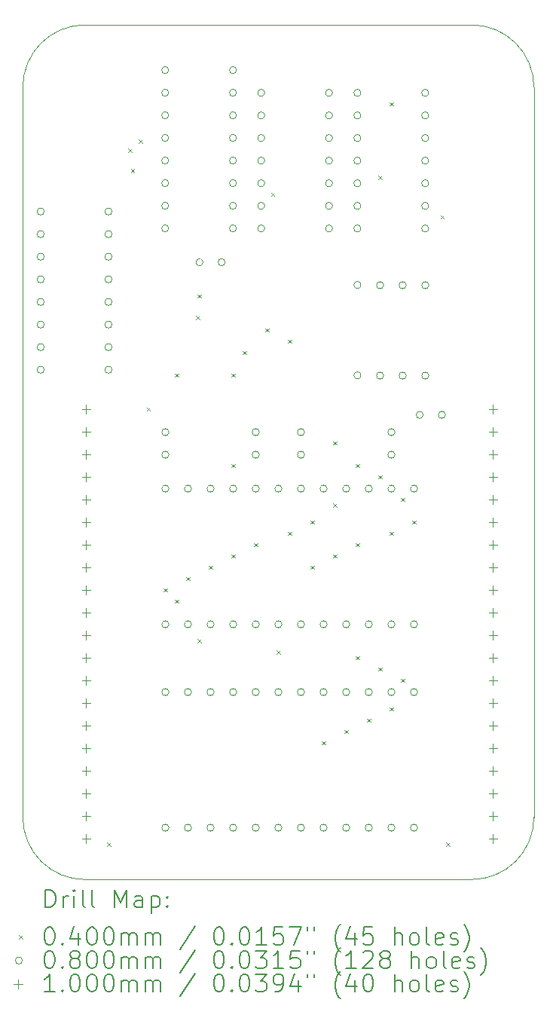
<source format=gbr>
%FSLAX45Y45*%
G04 Gerber Fmt 4.5, Leading zero omitted, Abs format (unit mm)*
G04 Created by KiCad (PCBNEW (6.0.4)) date 2022-12-31 00:26:05*
%MOMM*%
%LPD*%
G01*
G04 APERTURE LIST*
%TA.AperFunction,Profile*%
%ADD10C,0.100000*%
%TD*%
%ADD11C,0.200000*%
%ADD12C,0.040000*%
%ADD13C,0.080000*%
%ADD14C,0.100000*%
G04 APERTURE END LIST*
D10*
X14682590Y-2476500D02*
G75*
G03*
X13984086Y-1778000I-698500J0D01*
G01*
X8939414Y-10682086D02*
G75*
G03*
X9637914Y-11380586I698496J-4D01*
G01*
X9637914Y-1778000D02*
X13984086Y-1778000D01*
X13984086Y-11380586D02*
G75*
G03*
X14682586Y-10682086I0J698500D01*
G01*
X8939414Y-10682086D02*
X8939414Y-2476500D01*
X13984086Y-11380586D02*
X9637914Y-11380586D01*
X14682586Y-2476500D02*
X14682586Y-10682086D01*
X9637914Y-1778004D02*
G75*
G03*
X8939414Y-2476500I-4J-698496D01*
G01*
D11*
D12*
X9886000Y-10965500D02*
X9926000Y-11005500D01*
X9926000Y-10965500D02*
X9886000Y-11005500D01*
X10125451Y-3169549D02*
X10165451Y-3209549D01*
X10165451Y-3169549D02*
X10125451Y-3209549D01*
X10154049Y-3394951D02*
X10194049Y-3434951D01*
X10194049Y-3394951D02*
X10154049Y-3434951D01*
X10239692Y-3064192D02*
X10279692Y-3104192D01*
X10279692Y-3064192D02*
X10239692Y-3104192D01*
X10330500Y-6076000D02*
X10370500Y-6116000D01*
X10370500Y-6076000D02*
X10330500Y-6116000D01*
X10521000Y-8108000D02*
X10561000Y-8148000D01*
X10561000Y-8108000D02*
X10521000Y-8148000D01*
X10648000Y-5695000D02*
X10688000Y-5735000D01*
X10688000Y-5695000D02*
X10648000Y-5735000D01*
X10648000Y-8235000D02*
X10688000Y-8275000D01*
X10688000Y-8235000D02*
X10648000Y-8275000D01*
X10775000Y-7981000D02*
X10815000Y-8021000D01*
X10815000Y-7981000D02*
X10775000Y-8021000D01*
X10886951Y-5049701D02*
X10926951Y-5089701D01*
X10926951Y-5049701D02*
X10886951Y-5089701D01*
X10902000Y-4806000D02*
X10942000Y-4846000D01*
X10942000Y-4806000D02*
X10902000Y-4846000D01*
X10902000Y-8679500D02*
X10942000Y-8719500D01*
X10942000Y-8679500D02*
X10902000Y-8719500D01*
X11029000Y-7854000D02*
X11069000Y-7894000D01*
X11069000Y-7854000D02*
X11029000Y-7894000D01*
X11283000Y-5695000D02*
X11323000Y-5735000D01*
X11323000Y-5695000D02*
X11283000Y-5735000D01*
X11283000Y-6711000D02*
X11323000Y-6751000D01*
X11323000Y-6711000D02*
X11283000Y-6751000D01*
X11283000Y-7727000D02*
X11323000Y-7767000D01*
X11323000Y-7727000D02*
X11283000Y-7767000D01*
X11410000Y-5441000D02*
X11450000Y-5481000D01*
X11450000Y-5441000D02*
X11410000Y-5481000D01*
X11537000Y-7600000D02*
X11577000Y-7640000D01*
X11577000Y-7600000D02*
X11537000Y-7640000D01*
X11664000Y-5187000D02*
X11704000Y-5227000D01*
X11704000Y-5187000D02*
X11664000Y-5227000D01*
X11727500Y-3663000D02*
X11767500Y-3703000D01*
X11767500Y-3663000D02*
X11727500Y-3703000D01*
X11791000Y-8806500D02*
X11831000Y-8846500D01*
X11831000Y-8806500D02*
X11791000Y-8846500D01*
X11918000Y-5314000D02*
X11958000Y-5354000D01*
X11958000Y-5314000D02*
X11918000Y-5354000D01*
X11918000Y-7473000D02*
X11958000Y-7513000D01*
X11958000Y-7473000D02*
X11918000Y-7513000D01*
X12172000Y-7346000D02*
X12212000Y-7386000D01*
X12212000Y-7346000D02*
X12172000Y-7386000D01*
X12172000Y-7854000D02*
X12212000Y-7894000D01*
X12212000Y-7854000D02*
X12172000Y-7894000D01*
X12298500Y-9826750D02*
X12338500Y-9866750D01*
X12338500Y-9826750D02*
X12298500Y-9866750D01*
X12425500Y-6457500D02*
X12465500Y-6497500D01*
X12465500Y-6457500D02*
X12425500Y-6497500D01*
X12426000Y-7155500D02*
X12466000Y-7195500D01*
X12466000Y-7155500D02*
X12426000Y-7195500D01*
X12426000Y-7727000D02*
X12466000Y-7767000D01*
X12466000Y-7727000D02*
X12426000Y-7767000D01*
X12552500Y-9699750D02*
X12592500Y-9739750D01*
X12592500Y-9699750D02*
X12552500Y-9739750D01*
X12680000Y-6711000D02*
X12720000Y-6751000D01*
X12720000Y-6711000D02*
X12680000Y-6751000D01*
X12680000Y-7600000D02*
X12720000Y-7640000D01*
X12720000Y-7600000D02*
X12680000Y-7640000D01*
X12680000Y-8870000D02*
X12720000Y-8910000D01*
X12720000Y-8870000D02*
X12680000Y-8910000D01*
X12806500Y-9572750D02*
X12846500Y-9612750D01*
X12846500Y-9572750D02*
X12806500Y-9612750D01*
X12934000Y-3472500D02*
X12974000Y-3512500D01*
X12974000Y-3472500D02*
X12934000Y-3512500D01*
X12934000Y-6838000D02*
X12974000Y-6878000D01*
X12974000Y-6838000D02*
X12934000Y-6878000D01*
X12934000Y-8997000D02*
X12974000Y-9037000D01*
X12974000Y-8997000D02*
X12934000Y-9037000D01*
X13060500Y-9445750D02*
X13100500Y-9485750D01*
X13100500Y-9445750D02*
X13060500Y-9485750D01*
X13061000Y-2647000D02*
X13101000Y-2687000D01*
X13101000Y-2647000D02*
X13061000Y-2687000D01*
X13061000Y-7473000D02*
X13101000Y-7513000D01*
X13101000Y-7473000D02*
X13061000Y-7513000D01*
X13188000Y-7092000D02*
X13228000Y-7132000D01*
X13228000Y-7092000D02*
X13188000Y-7132000D01*
X13188000Y-9124000D02*
X13228000Y-9164000D01*
X13228000Y-9124000D02*
X13188000Y-9164000D01*
X13315000Y-7346000D02*
X13355000Y-7386000D01*
X13355000Y-7346000D02*
X13315000Y-7386000D01*
X13632500Y-3917000D02*
X13672500Y-3957000D01*
X13672500Y-3917000D02*
X13632500Y-3957000D01*
X13696000Y-10965500D02*
X13736000Y-11005500D01*
X13736000Y-10965500D02*
X13696000Y-11005500D01*
D13*
X9179750Y-3874500D02*
G75*
G03*
X9179750Y-3874500I-40000J0D01*
G01*
X9179750Y-4128500D02*
G75*
G03*
X9179750Y-4128500I-40000J0D01*
G01*
X9179750Y-4382500D02*
G75*
G03*
X9179750Y-4382500I-40000J0D01*
G01*
X9179750Y-4636500D02*
G75*
G03*
X9179750Y-4636500I-40000J0D01*
G01*
X9179750Y-4890500D02*
G75*
G03*
X9179750Y-4890500I-40000J0D01*
G01*
X9179750Y-5144500D02*
G75*
G03*
X9179750Y-5144500I-40000J0D01*
G01*
X9179750Y-5398500D02*
G75*
G03*
X9179750Y-5398500I-40000J0D01*
G01*
X9179750Y-5652500D02*
G75*
G03*
X9179750Y-5652500I-40000J0D01*
G01*
X9941750Y-3874500D02*
G75*
G03*
X9941750Y-3874500I-40000J0D01*
G01*
X9941750Y-4128500D02*
G75*
G03*
X9941750Y-4128500I-40000J0D01*
G01*
X9941750Y-4382500D02*
G75*
G03*
X9941750Y-4382500I-40000J0D01*
G01*
X9941750Y-4636500D02*
G75*
G03*
X9941750Y-4636500I-40000J0D01*
G01*
X9941750Y-4890500D02*
G75*
G03*
X9941750Y-4890500I-40000J0D01*
G01*
X9941750Y-5144500D02*
G75*
G03*
X9941750Y-5144500I-40000J0D01*
G01*
X9941750Y-5398500D02*
G75*
G03*
X9941750Y-5398500I-40000J0D01*
G01*
X9941750Y-5652500D02*
G75*
G03*
X9941750Y-5652500I-40000J0D01*
G01*
X10579500Y-2286000D02*
G75*
G03*
X10579500Y-2286000I-40000J0D01*
G01*
X10579500Y-2540000D02*
G75*
G03*
X10579500Y-2540000I-40000J0D01*
G01*
X10579500Y-2794000D02*
G75*
G03*
X10579500Y-2794000I-40000J0D01*
G01*
X10579500Y-3048000D02*
G75*
G03*
X10579500Y-3048000I-40000J0D01*
G01*
X10579500Y-3302000D02*
G75*
G03*
X10579500Y-3302000I-40000J0D01*
G01*
X10579500Y-3556000D02*
G75*
G03*
X10579500Y-3556000I-40000J0D01*
G01*
X10579500Y-3810000D02*
G75*
G03*
X10579500Y-3810000I-40000J0D01*
G01*
X10579500Y-4064000D02*
G75*
G03*
X10579500Y-4064000I-40000J0D01*
G01*
X10580500Y-6354250D02*
G75*
G03*
X10580500Y-6354250I-40000J0D01*
G01*
X10580500Y-6608250D02*
G75*
G03*
X10580500Y-6608250I-40000J0D01*
G01*
X10580500Y-9275250D02*
G75*
G03*
X10580500Y-9275250I-40000J0D01*
G01*
X10580500Y-10799250D02*
G75*
G03*
X10580500Y-10799250I-40000J0D01*
G01*
X10581000Y-6989250D02*
G75*
G03*
X10581000Y-6989250I-40000J0D01*
G01*
X10581000Y-8513250D02*
G75*
G03*
X10581000Y-8513250I-40000J0D01*
G01*
X10834500Y-9275250D02*
G75*
G03*
X10834500Y-9275250I-40000J0D01*
G01*
X10834500Y-10799250D02*
G75*
G03*
X10834500Y-10799250I-40000J0D01*
G01*
X10835000Y-6989250D02*
G75*
G03*
X10835000Y-6989250I-40000J0D01*
G01*
X10835000Y-8513250D02*
G75*
G03*
X10835000Y-8513250I-40000J0D01*
G01*
X10964000Y-4445000D02*
G75*
G03*
X10964000Y-4445000I-40000J0D01*
G01*
X11088500Y-9275250D02*
G75*
G03*
X11088500Y-9275250I-40000J0D01*
G01*
X11088500Y-10799250D02*
G75*
G03*
X11088500Y-10799250I-40000J0D01*
G01*
X11089000Y-6989250D02*
G75*
G03*
X11089000Y-6989250I-40000J0D01*
G01*
X11089000Y-8513250D02*
G75*
G03*
X11089000Y-8513250I-40000J0D01*
G01*
X11214000Y-4445000D02*
G75*
G03*
X11214000Y-4445000I-40000J0D01*
G01*
X11341500Y-2286000D02*
G75*
G03*
X11341500Y-2286000I-40000J0D01*
G01*
X11341500Y-2540000D02*
G75*
G03*
X11341500Y-2540000I-40000J0D01*
G01*
X11341500Y-2794000D02*
G75*
G03*
X11341500Y-2794000I-40000J0D01*
G01*
X11341500Y-3048000D02*
G75*
G03*
X11341500Y-3048000I-40000J0D01*
G01*
X11341500Y-3302000D02*
G75*
G03*
X11341500Y-3302000I-40000J0D01*
G01*
X11341500Y-3556000D02*
G75*
G03*
X11341500Y-3556000I-40000J0D01*
G01*
X11341500Y-3810000D02*
G75*
G03*
X11341500Y-3810000I-40000J0D01*
G01*
X11341500Y-4064000D02*
G75*
G03*
X11341500Y-4064000I-40000J0D01*
G01*
X11342500Y-9275250D02*
G75*
G03*
X11342500Y-9275250I-40000J0D01*
G01*
X11342500Y-10799250D02*
G75*
G03*
X11342500Y-10799250I-40000J0D01*
G01*
X11343000Y-6989250D02*
G75*
G03*
X11343000Y-6989250I-40000J0D01*
G01*
X11343000Y-8513250D02*
G75*
G03*
X11343000Y-8513250I-40000J0D01*
G01*
X11596500Y-6354250D02*
G75*
G03*
X11596500Y-6354250I-40000J0D01*
G01*
X11596500Y-6608250D02*
G75*
G03*
X11596500Y-6608250I-40000J0D01*
G01*
X11596500Y-9275250D02*
G75*
G03*
X11596500Y-9275250I-40000J0D01*
G01*
X11596500Y-10799250D02*
G75*
G03*
X11596500Y-10799250I-40000J0D01*
G01*
X11597000Y-6989250D02*
G75*
G03*
X11597000Y-6989250I-40000J0D01*
G01*
X11597000Y-8513250D02*
G75*
G03*
X11597000Y-8513250I-40000J0D01*
G01*
X11658000Y-2540500D02*
G75*
G03*
X11658000Y-2540500I-40000J0D01*
G01*
X11658000Y-2794500D02*
G75*
G03*
X11658000Y-2794500I-40000J0D01*
G01*
X11658000Y-3048500D02*
G75*
G03*
X11658000Y-3048500I-40000J0D01*
G01*
X11658000Y-3302500D02*
G75*
G03*
X11658000Y-3302500I-40000J0D01*
G01*
X11658000Y-3556500D02*
G75*
G03*
X11658000Y-3556500I-40000J0D01*
G01*
X11658000Y-3810500D02*
G75*
G03*
X11658000Y-3810500I-40000J0D01*
G01*
X11658000Y-4064500D02*
G75*
G03*
X11658000Y-4064500I-40000J0D01*
G01*
X11850500Y-9275250D02*
G75*
G03*
X11850500Y-9275250I-40000J0D01*
G01*
X11850500Y-10799250D02*
G75*
G03*
X11850500Y-10799250I-40000J0D01*
G01*
X11851000Y-6989250D02*
G75*
G03*
X11851000Y-6989250I-40000J0D01*
G01*
X11851000Y-8513250D02*
G75*
G03*
X11851000Y-8513250I-40000J0D01*
G01*
X12104500Y-6354250D02*
G75*
G03*
X12104500Y-6354250I-40000J0D01*
G01*
X12104500Y-6608250D02*
G75*
G03*
X12104500Y-6608250I-40000J0D01*
G01*
X12104500Y-9275250D02*
G75*
G03*
X12104500Y-9275250I-40000J0D01*
G01*
X12104500Y-10799250D02*
G75*
G03*
X12104500Y-10799250I-40000J0D01*
G01*
X12105000Y-6989250D02*
G75*
G03*
X12105000Y-6989250I-40000J0D01*
G01*
X12105000Y-8513250D02*
G75*
G03*
X12105000Y-8513250I-40000J0D01*
G01*
X12358500Y-9275250D02*
G75*
G03*
X12358500Y-9275250I-40000J0D01*
G01*
X12358500Y-10799250D02*
G75*
G03*
X12358500Y-10799250I-40000J0D01*
G01*
X12359000Y-6989250D02*
G75*
G03*
X12359000Y-6989250I-40000J0D01*
G01*
X12359000Y-8513250D02*
G75*
G03*
X12359000Y-8513250I-40000J0D01*
G01*
X12420000Y-2540500D02*
G75*
G03*
X12420000Y-2540500I-40000J0D01*
G01*
X12420000Y-2794500D02*
G75*
G03*
X12420000Y-2794500I-40000J0D01*
G01*
X12420000Y-3048500D02*
G75*
G03*
X12420000Y-3048500I-40000J0D01*
G01*
X12420000Y-3302500D02*
G75*
G03*
X12420000Y-3302500I-40000J0D01*
G01*
X12420000Y-3556500D02*
G75*
G03*
X12420000Y-3556500I-40000J0D01*
G01*
X12420000Y-3810500D02*
G75*
G03*
X12420000Y-3810500I-40000J0D01*
G01*
X12420000Y-4064500D02*
G75*
G03*
X12420000Y-4064500I-40000J0D01*
G01*
X12612500Y-9275250D02*
G75*
G03*
X12612500Y-9275250I-40000J0D01*
G01*
X12612500Y-10799250D02*
G75*
G03*
X12612500Y-10799250I-40000J0D01*
G01*
X12613000Y-6989250D02*
G75*
G03*
X12613000Y-6989250I-40000J0D01*
G01*
X12613000Y-8513250D02*
G75*
G03*
X12613000Y-8513250I-40000J0D01*
G01*
X12738500Y-2540500D02*
G75*
G03*
X12738500Y-2540500I-40000J0D01*
G01*
X12738500Y-2794500D02*
G75*
G03*
X12738500Y-2794500I-40000J0D01*
G01*
X12738500Y-3048500D02*
G75*
G03*
X12738500Y-3048500I-40000J0D01*
G01*
X12738500Y-3302500D02*
G75*
G03*
X12738500Y-3302500I-40000J0D01*
G01*
X12738500Y-3556500D02*
G75*
G03*
X12738500Y-3556500I-40000J0D01*
G01*
X12738500Y-3810500D02*
G75*
G03*
X12738500Y-3810500I-40000J0D01*
G01*
X12738500Y-4064500D02*
G75*
G03*
X12738500Y-4064500I-40000J0D01*
G01*
X12739500Y-4699000D02*
G75*
G03*
X12739500Y-4699000I-40000J0D01*
G01*
X12739500Y-5715000D02*
G75*
G03*
X12739500Y-5715000I-40000J0D01*
G01*
X12866500Y-9275250D02*
G75*
G03*
X12866500Y-9275250I-40000J0D01*
G01*
X12866500Y-10799250D02*
G75*
G03*
X12866500Y-10799250I-40000J0D01*
G01*
X12867000Y-6989250D02*
G75*
G03*
X12867000Y-6989250I-40000J0D01*
G01*
X12867000Y-8513250D02*
G75*
G03*
X12867000Y-8513250I-40000J0D01*
G01*
X12993500Y-4703250D02*
G75*
G03*
X12993500Y-4703250I-40000J0D01*
G01*
X12993500Y-5719250D02*
G75*
G03*
X12993500Y-5719250I-40000J0D01*
G01*
X13120500Y-6354250D02*
G75*
G03*
X13120500Y-6354250I-40000J0D01*
G01*
X13120500Y-6608250D02*
G75*
G03*
X13120500Y-6608250I-40000J0D01*
G01*
X13120500Y-9275250D02*
G75*
G03*
X13120500Y-9275250I-40000J0D01*
G01*
X13120500Y-10799250D02*
G75*
G03*
X13120500Y-10799250I-40000J0D01*
G01*
X13121000Y-6989250D02*
G75*
G03*
X13121000Y-6989250I-40000J0D01*
G01*
X13121000Y-8513250D02*
G75*
G03*
X13121000Y-8513250I-40000J0D01*
G01*
X13247500Y-4703250D02*
G75*
G03*
X13247500Y-4703250I-40000J0D01*
G01*
X13247500Y-5719250D02*
G75*
G03*
X13247500Y-5719250I-40000J0D01*
G01*
X13374500Y-9275250D02*
G75*
G03*
X13374500Y-9275250I-40000J0D01*
G01*
X13374500Y-10799250D02*
G75*
G03*
X13374500Y-10799250I-40000J0D01*
G01*
X13375000Y-6989250D02*
G75*
G03*
X13375000Y-6989250I-40000J0D01*
G01*
X13375000Y-8513250D02*
G75*
G03*
X13375000Y-8513250I-40000J0D01*
G01*
X13438500Y-6159500D02*
G75*
G03*
X13438500Y-6159500I-40000J0D01*
G01*
X13500500Y-2540500D02*
G75*
G03*
X13500500Y-2540500I-40000J0D01*
G01*
X13500500Y-2794500D02*
G75*
G03*
X13500500Y-2794500I-40000J0D01*
G01*
X13500500Y-3048500D02*
G75*
G03*
X13500500Y-3048500I-40000J0D01*
G01*
X13500500Y-3302500D02*
G75*
G03*
X13500500Y-3302500I-40000J0D01*
G01*
X13500500Y-3556500D02*
G75*
G03*
X13500500Y-3556500I-40000J0D01*
G01*
X13500500Y-3810500D02*
G75*
G03*
X13500500Y-3810500I-40000J0D01*
G01*
X13500500Y-4064500D02*
G75*
G03*
X13500500Y-4064500I-40000J0D01*
G01*
X13501500Y-4703250D02*
G75*
G03*
X13501500Y-4703250I-40000J0D01*
G01*
X13501500Y-5719250D02*
G75*
G03*
X13501500Y-5719250I-40000J0D01*
G01*
X13688500Y-6159500D02*
G75*
G03*
X13688500Y-6159500I-40000J0D01*
G01*
D14*
X9652000Y-6046000D02*
X9652000Y-6146000D01*
X9602000Y-6096000D02*
X9702000Y-6096000D01*
X9652000Y-6300000D02*
X9652000Y-6400000D01*
X9602000Y-6350000D02*
X9702000Y-6350000D01*
X9652000Y-6554000D02*
X9652000Y-6654000D01*
X9602000Y-6604000D02*
X9702000Y-6604000D01*
X9652000Y-6808000D02*
X9652000Y-6908000D01*
X9602000Y-6858000D02*
X9702000Y-6858000D01*
X9652000Y-7062000D02*
X9652000Y-7162000D01*
X9602000Y-7112000D02*
X9702000Y-7112000D01*
X9652000Y-7316000D02*
X9652000Y-7416000D01*
X9602000Y-7366000D02*
X9702000Y-7366000D01*
X9652000Y-7570000D02*
X9652000Y-7670000D01*
X9602000Y-7620000D02*
X9702000Y-7620000D01*
X9652000Y-7824000D02*
X9652000Y-7924000D01*
X9602000Y-7874000D02*
X9702000Y-7874000D01*
X9652000Y-8078000D02*
X9652000Y-8178000D01*
X9602000Y-8128000D02*
X9702000Y-8128000D01*
X9652000Y-8332000D02*
X9652000Y-8432000D01*
X9602000Y-8382000D02*
X9702000Y-8382000D01*
X9652000Y-8586000D02*
X9652000Y-8686000D01*
X9602000Y-8636000D02*
X9702000Y-8636000D01*
X9652000Y-8840000D02*
X9652000Y-8940000D01*
X9602000Y-8890000D02*
X9702000Y-8890000D01*
X9652000Y-9094000D02*
X9652000Y-9194000D01*
X9602000Y-9144000D02*
X9702000Y-9144000D01*
X9652000Y-9348000D02*
X9652000Y-9448000D01*
X9602000Y-9398000D02*
X9702000Y-9398000D01*
X9652000Y-9602000D02*
X9652000Y-9702000D01*
X9602000Y-9652000D02*
X9702000Y-9652000D01*
X9652000Y-9856000D02*
X9652000Y-9956000D01*
X9602000Y-9906000D02*
X9702000Y-9906000D01*
X9652000Y-10110000D02*
X9652000Y-10210000D01*
X9602000Y-10160000D02*
X9702000Y-10160000D01*
X9652000Y-10364000D02*
X9652000Y-10464000D01*
X9602000Y-10414000D02*
X9702000Y-10414000D01*
X9652000Y-10618000D02*
X9652000Y-10718000D01*
X9602000Y-10668000D02*
X9702000Y-10668000D01*
X9652000Y-10872000D02*
X9652000Y-10972000D01*
X9602000Y-10922000D02*
X9702000Y-10922000D01*
X14224000Y-6046000D02*
X14224000Y-6146000D01*
X14174000Y-6096000D02*
X14274000Y-6096000D01*
X14224000Y-6300000D02*
X14224000Y-6400000D01*
X14174000Y-6350000D02*
X14274000Y-6350000D01*
X14224000Y-6554000D02*
X14224000Y-6654000D01*
X14174000Y-6604000D02*
X14274000Y-6604000D01*
X14224000Y-6808000D02*
X14224000Y-6908000D01*
X14174000Y-6858000D02*
X14274000Y-6858000D01*
X14224000Y-7062000D02*
X14224000Y-7162000D01*
X14174000Y-7112000D02*
X14274000Y-7112000D01*
X14224000Y-7316000D02*
X14224000Y-7416000D01*
X14174000Y-7366000D02*
X14274000Y-7366000D01*
X14224000Y-7570000D02*
X14224000Y-7670000D01*
X14174000Y-7620000D02*
X14274000Y-7620000D01*
X14224000Y-7824000D02*
X14224000Y-7924000D01*
X14174000Y-7874000D02*
X14274000Y-7874000D01*
X14224000Y-8078000D02*
X14224000Y-8178000D01*
X14174000Y-8128000D02*
X14274000Y-8128000D01*
X14224000Y-8332000D02*
X14224000Y-8432000D01*
X14174000Y-8382000D02*
X14274000Y-8382000D01*
X14224000Y-8586000D02*
X14224000Y-8686000D01*
X14174000Y-8636000D02*
X14274000Y-8636000D01*
X14224000Y-8840000D02*
X14224000Y-8940000D01*
X14174000Y-8890000D02*
X14274000Y-8890000D01*
X14224000Y-9094000D02*
X14224000Y-9194000D01*
X14174000Y-9144000D02*
X14274000Y-9144000D01*
X14224000Y-9348000D02*
X14224000Y-9448000D01*
X14174000Y-9398000D02*
X14274000Y-9398000D01*
X14224000Y-9602000D02*
X14224000Y-9702000D01*
X14174000Y-9652000D02*
X14274000Y-9652000D01*
X14224000Y-9856000D02*
X14224000Y-9956000D01*
X14174000Y-9906000D02*
X14274000Y-9906000D01*
X14224000Y-10110000D02*
X14224000Y-10210000D01*
X14174000Y-10160000D02*
X14274000Y-10160000D01*
X14224000Y-10364000D02*
X14224000Y-10464000D01*
X14174000Y-10414000D02*
X14274000Y-10414000D01*
X14224000Y-10618000D02*
X14224000Y-10718000D01*
X14174000Y-10668000D02*
X14274000Y-10668000D01*
X14224000Y-10872000D02*
X14224000Y-10972000D01*
X14174000Y-10922000D02*
X14274000Y-10922000D01*
D11*
X9192033Y-11696062D02*
X9192033Y-11496062D01*
X9239652Y-11496062D01*
X9268224Y-11505586D01*
X9287271Y-11524633D01*
X9296795Y-11543681D01*
X9306319Y-11581776D01*
X9306319Y-11610348D01*
X9296795Y-11648443D01*
X9287271Y-11667491D01*
X9268224Y-11686538D01*
X9239652Y-11696062D01*
X9192033Y-11696062D01*
X9392033Y-11696062D02*
X9392033Y-11562729D01*
X9392033Y-11600824D02*
X9401557Y-11581776D01*
X9411081Y-11572252D01*
X9430128Y-11562729D01*
X9449176Y-11562729D01*
X9515843Y-11696062D02*
X9515843Y-11562729D01*
X9515843Y-11496062D02*
X9506319Y-11505586D01*
X9515843Y-11515110D01*
X9525366Y-11505586D01*
X9515843Y-11496062D01*
X9515843Y-11515110D01*
X9639652Y-11696062D02*
X9620605Y-11686538D01*
X9611081Y-11667491D01*
X9611081Y-11496062D01*
X9744414Y-11696062D02*
X9725366Y-11686538D01*
X9715843Y-11667491D01*
X9715843Y-11496062D01*
X9972986Y-11696062D02*
X9972986Y-11496062D01*
X10039652Y-11638919D01*
X10106319Y-11496062D01*
X10106319Y-11696062D01*
X10287271Y-11696062D02*
X10287271Y-11591300D01*
X10277747Y-11572252D01*
X10258700Y-11562729D01*
X10220605Y-11562729D01*
X10201557Y-11572252D01*
X10287271Y-11686538D02*
X10268224Y-11696062D01*
X10220605Y-11696062D01*
X10201557Y-11686538D01*
X10192033Y-11667491D01*
X10192033Y-11648443D01*
X10201557Y-11629395D01*
X10220605Y-11619872D01*
X10268224Y-11619872D01*
X10287271Y-11610348D01*
X10382509Y-11562729D02*
X10382509Y-11762729D01*
X10382509Y-11572252D02*
X10401557Y-11562729D01*
X10439652Y-11562729D01*
X10458700Y-11572252D01*
X10468224Y-11581776D01*
X10477747Y-11600824D01*
X10477747Y-11657967D01*
X10468224Y-11677014D01*
X10458700Y-11686538D01*
X10439652Y-11696062D01*
X10401557Y-11696062D01*
X10382509Y-11686538D01*
X10563462Y-11677014D02*
X10572986Y-11686538D01*
X10563462Y-11696062D01*
X10553938Y-11686538D01*
X10563462Y-11677014D01*
X10563462Y-11696062D01*
X10563462Y-11572252D02*
X10572986Y-11581776D01*
X10563462Y-11591300D01*
X10553938Y-11581776D01*
X10563462Y-11572252D01*
X10563462Y-11591300D01*
D12*
X8894414Y-12005586D02*
X8934414Y-12045586D01*
X8934414Y-12005586D02*
X8894414Y-12045586D01*
D11*
X9230128Y-11916062D02*
X9249176Y-11916062D01*
X9268224Y-11925586D01*
X9277747Y-11935110D01*
X9287271Y-11954157D01*
X9296795Y-11992252D01*
X9296795Y-12039872D01*
X9287271Y-12077967D01*
X9277747Y-12097014D01*
X9268224Y-12106538D01*
X9249176Y-12116062D01*
X9230128Y-12116062D01*
X9211081Y-12106538D01*
X9201557Y-12097014D01*
X9192033Y-12077967D01*
X9182509Y-12039872D01*
X9182509Y-11992252D01*
X9192033Y-11954157D01*
X9201557Y-11935110D01*
X9211081Y-11925586D01*
X9230128Y-11916062D01*
X9382509Y-12097014D02*
X9392033Y-12106538D01*
X9382509Y-12116062D01*
X9372986Y-12106538D01*
X9382509Y-12097014D01*
X9382509Y-12116062D01*
X9563462Y-11982729D02*
X9563462Y-12116062D01*
X9515843Y-11906538D02*
X9468224Y-12049395D01*
X9592033Y-12049395D01*
X9706319Y-11916062D02*
X9725366Y-11916062D01*
X9744414Y-11925586D01*
X9753938Y-11935110D01*
X9763462Y-11954157D01*
X9772986Y-11992252D01*
X9772986Y-12039872D01*
X9763462Y-12077967D01*
X9753938Y-12097014D01*
X9744414Y-12106538D01*
X9725366Y-12116062D01*
X9706319Y-12116062D01*
X9687271Y-12106538D01*
X9677747Y-12097014D01*
X9668224Y-12077967D01*
X9658700Y-12039872D01*
X9658700Y-11992252D01*
X9668224Y-11954157D01*
X9677747Y-11935110D01*
X9687271Y-11925586D01*
X9706319Y-11916062D01*
X9896795Y-11916062D02*
X9915843Y-11916062D01*
X9934890Y-11925586D01*
X9944414Y-11935110D01*
X9953938Y-11954157D01*
X9963462Y-11992252D01*
X9963462Y-12039872D01*
X9953938Y-12077967D01*
X9944414Y-12097014D01*
X9934890Y-12106538D01*
X9915843Y-12116062D01*
X9896795Y-12116062D01*
X9877747Y-12106538D01*
X9868224Y-12097014D01*
X9858700Y-12077967D01*
X9849176Y-12039872D01*
X9849176Y-11992252D01*
X9858700Y-11954157D01*
X9868224Y-11935110D01*
X9877747Y-11925586D01*
X9896795Y-11916062D01*
X10049176Y-12116062D02*
X10049176Y-11982729D01*
X10049176Y-12001776D02*
X10058700Y-11992252D01*
X10077747Y-11982729D01*
X10106319Y-11982729D01*
X10125366Y-11992252D01*
X10134890Y-12011300D01*
X10134890Y-12116062D01*
X10134890Y-12011300D02*
X10144414Y-11992252D01*
X10163462Y-11982729D01*
X10192033Y-11982729D01*
X10211081Y-11992252D01*
X10220605Y-12011300D01*
X10220605Y-12116062D01*
X10315843Y-12116062D02*
X10315843Y-11982729D01*
X10315843Y-12001776D02*
X10325366Y-11992252D01*
X10344414Y-11982729D01*
X10372986Y-11982729D01*
X10392033Y-11992252D01*
X10401557Y-12011300D01*
X10401557Y-12116062D01*
X10401557Y-12011300D02*
X10411081Y-11992252D01*
X10430128Y-11982729D01*
X10458700Y-11982729D01*
X10477747Y-11992252D01*
X10487271Y-12011300D01*
X10487271Y-12116062D01*
X10877747Y-11906538D02*
X10706319Y-12163681D01*
X11134890Y-11916062D02*
X11153938Y-11916062D01*
X11172986Y-11925586D01*
X11182509Y-11935110D01*
X11192033Y-11954157D01*
X11201557Y-11992252D01*
X11201557Y-12039872D01*
X11192033Y-12077967D01*
X11182509Y-12097014D01*
X11172986Y-12106538D01*
X11153938Y-12116062D01*
X11134890Y-12116062D01*
X11115843Y-12106538D01*
X11106319Y-12097014D01*
X11096795Y-12077967D01*
X11087271Y-12039872D01*
X11087271Y-11992252D01*
X11096795Y-11954157D01*
X11106319Y-11935110D01*
X11115843Y-11925586D01*
X11134890Y-11916062D01*
X11287271Y-12097014D02*
X11296795Y-12106538D01*
X11287271Y-12116062D01*
X11277747Y-12106538D01*
X11287271Y-12097014D01*
X11287271Y-12116062D01*
X11420604Y-11916062D02*
X11439652Y-11916062D01*
X11458700Y-11925586D01*
X11468224Y-11935110D01*
X11477747Y-11954157D01*
X11487271Y-11992252D01*
X11487271Y-12039872D01*
X11477747Y-12077967D01*
X11468224Y-12097014D01*
X11458700Y-12106538D01*
X11439652Y-12116062D01*
X11420604Y-12116062D01*
X11401557Y-12106538D01*
X11392033Y-12097014D01*
X11382509Y-12077967D01*
X11372985Y-12039872D01*
X11372985Y-11992252D01*
X11382509Y-11954157D01*
X11392033Y-11935110D01*
X11401557Y-11925586D01*
X11420604Y-11916062D01*
X11677747Y-12116062D02*
X11563462Y-12116062D01*
X11620604Y-12116062D02*
X11620604Y-11916062D01*
X11601557Y-11944633D01*
X11582509Y-11963681D01*
X11563462Y-11973205D01*
X11858700Y-11916062D02*
X11763462Y-11916062D01*
X11753938Y-12011300D01*
X11763462Y-12001776D01*
X11782509Y-11992252D01*
X11830128Y-11992252D01*
X11849176Y-12001776D01*
X11858700Y-12011300D01*
X11868224Y-12030348D01*
X11868224Y-12077967D01*
X11858700Y-12097014D01*
X11849176Y-12106538D01*
X11830128Y-12116062D01*
X11782509Y-12116062D01*
X11763462Y-12106538D01*
X11753938Y-12097014D01*
X11934890Y-11916062D02*
X12068224Y-11916062D01*
X11982509Y-12116062D01*
X12134890Y-11916062D02*
X12134890Y-11954157D01*
X12211081Y-11916062D02*
X12211081Y-11954157D01*
X12506319Y-12192252D02*
X12496795Y-12182729D01*
X12477747Y-12154157D01*
X12468224Y-12135110D01*
X12458700Y-12106538D01*
X12449176Y-12058919D01*
X12449176Y-12020824D01*
X12458700Y-11973205D01*
X12468224Y-11944633D01*
X12477747Y-11925586D01*
X12496795Y-11897014D01*
X12506319Y-11887491D01*
X12668224Y-11982729D02*
X12668224Y-12116062D01*
X12620604Y-11906538D02*
X12572985Y-12049395D01*
X12696795Y-12049395D01*
X12868224Y-11916062D02*
X12772985Y-11916062D01*
X12763462Y-12011300D01*
X12772985Y-12001776D01*
X12792033Y-11992252D01*
X12839652Y-11992252D01*
X12858700Y-12001776D01*
X12868224Y-12011300D01*
X12877747Y-12030348D01*
X12877747Y-12077967D01*
X12868224Y-12097014D01*
X12858700Y-12106538D01*
X12839652Y-12116062D01*
X12792033Y-12116062D01*
X12772985Y-12106538D01*
X12763462Y-12097014D01*
X13115843Y-12116062D02*
X13115843Y-11916062D01*
X13201557Y-12116062D02*
X13201557Y-12011300D01*
X13192033Y-11992252D01*
X13172985Y-11982729D01*
X13144414Y-11982729D01*
X13125366Y-11992252D01*
X13115843Y-12001776D01*
X13325366Y-12116062D02*
X13306319Y-12106538D01*
X13296795Y-12097014D01*
X13287271Y-12077967D01*
X13287271Y-12020824D01*
X13296795Y-12001776D01*
X13306319Y-11992252D01*
X13325366Y-11982729D01*
X13353938Y-11982729D01*
X13372985Y-11992252D01*
X13382509Y-12001776D01*
X13392033Y-12020824D01*
X13392033Y-12077967D01*
X13382509Y-12097014D01*
X13372985Y-12106538D01*
X13353938Y-12116062D01*
X13325366Y-12116062D01*
X13506319Y-12116062D02*
X13487271Y-12106538D01*
X13477747Y-12087491D01*
X13477747Y-11916062D01*
X13658700Y-12106538D02*
X13639652Y-12116062D01*
X13601557Y-12116062D01*
X13582509Y-12106538D01*
X13572985Y-12087491D01*
X13572985Y-12011300D01*
X13582509Y-11992252D01*
X13601557Y-11982729D01*
X13639652Y-11982729D01*
X13658700Y-11992252D01*
X13668224Y-12011300D01*
X13668224Y-12030348D01*
X13572985Y-12049395D01*
X13744414Y-12106538D02*
X13763462Y-12116062D01*
X13801557Y-12116062D01*
X13820604Y-12106538D01*
X13830128Y-12087491D01*
X13830128Y-12077967D01*
X13820604Y-12058919D01*
X13801557Y-12049395D01*
X13772985Y-12049395D01*
X13753938Y-12039872D01*
X13744414Y-12020824D01*
X13744414Y-12011300D01*
X13753938Y-11992252D01*
X13772985Y-11982729D01*
X13801557Y-11982729D01*
X13820604Y-11992252D01*
X13896795Y-12192252D02*
X13906319Y-12182729D01*
X13925366Y-12154157D01*
X13934890Y-12135110D01*
X13944414Y-12106538D01*
X13953938Y-12058919D01*
X13953938Y-12020824D01*
X13944414Y-11973205D01*
X13934890Y-11944633D01*
X13925366Y-11925586D01*
X13906319Y-11897014D01*
X13896795Y-11887491D01*
D13*
X8934414Y-12289586D02*
G75*
G03*
X8934414Y-12289586I-40000J0D01*
G01*
D11*
X9230128Y-12180062D02*
X9249176Y-12180062D01*
X9268224Y-12189586D01*
X9277747Y-12199110D01*
X9287271Y-12218157D01*
X9296795Y-12256252D01*
X9296795Y-12303872D01*
X9287271Y-12341967D01*
X9277747Y-12361014D01*
X9268224Y-12370538D01*
X9249176Y-12380062D01*
X9230128Y-12380062D01*
X9211081Y-12370538D01*
X9201557Y-12361014D01*
X9192033Y-12341967D01*
X9182509Y-12303872D01*
X9182509Y-12256252D01*
X9192033Y-12218157D01*
X9201557Y-12199110D01*
X9211081Y-12189586D01*
X9230128Y-12180062D01*
X9382509Y-12361014D02*
X9392033Y-12370538D01*
X9382509Y-12380062D01*
X9372986Y-12370538D01*
X9382509Y-12361014D01*
X9382509Y-12380062D01*
X9506319Y-12265776D02*
X9487271Y-12256252D01*
X9477747Y-12246729D01*
X9468224Y-12227681D01*
X9468224Y-12218157D01*
X9477747Y-12199110D01*
X9487271Y-12189586D01*
X9506319Y-12180062D01*
X9544414Y-12180062D01*
X9563462Y-12189586D01*
X9572986Y-12199110D01*
X9582509Y-12218157D01*
X9582509Y-12227681D01*
X9572986Y-12246729D01*
X9563462Y-12256252D01*
X9544414Y-12265776D01*
X9506319Y-12265776D01*
X9487271Y-12275300D01*
X9477747Y-12284824D01*
X9468224Y-12303872D01*
X9468224Y-12341967D01*
X9477747Y-12361014D01*
X9487271Y-12370538D01*
X9506319Y-12380062D01*
X9544414Y-12380062D01*
X9563462Y-12370538D01*
X9572986Y-12361014D01*
X9582509Y-12341967D01*
X9582509Y-12303872D01*
X9572986Y-12284824D01*
X9563462Y-12275300D01*
X9544414Y-12265776D01*
X9706319Y-12180062D02*
X9725366Y-12180062D01*
X9744414Y-12189586D01*
X9753938Y-12199110D01*
X9763462Y-12218157D01*
X9772986Y-12256252D01*
X9772986Y-12303872D01*
X9763462Y-12341967D01*
X9753938Y-12361014D01*
X9744414Y-12370538D01*
X9725366Y-12380062D01*
X9706319Y-12380062D01*
X9687271Y-12370538D01*
X9677747Y-12361014D01*
X9668224Y-12341967D01*
X9658700Y-12303872D01*
X9658700Y-12256252D01*
X9668224Y-12218157D01*
X9677747Y-12199110D01*
X9687271Y-12189586D01*
X9706319Y-12180062D01*
X9896795Y-12180062D02*
X9915843Y-12180062D01*
X9934890Y-12189586D01*
X9944414Y-12199110D01*
X9953938Y-12218157D01*
X9963462Y-12256252D01*
X9963462Y-12303872D01*
X9953938Y-12341967D01*
X9944414Y-12361014D01*
X9934890Y-12370538D01*
X9915843Y-12380062D01*
X9896795Y-12380062D01*
X9877747Y-12370538D01*
X9868224Y-12361014D01*
X9858700Y-12341967D01*
X9849176Y-12303872D01*
X9849176Y-12256252D01*
X9858700Y-12218157D01*
X9868224Y-12199110D01*
X9877747Y-12189586D01*
X9896795Y-12180062D01*
X10049176Y-12380062D02*
X10049176Y-12246729D01*
X10049176Y-12265776D02*
X10058700Y-12256252D01*
X10077747Y-12246729D01*
X10106319Y-12246729D01*
X10125366Y-12256252D01*
X10134890Y-12275300D01*
X10134890Y-12380062D01*
X10134890Y-12275300D02*
X10144414Y-12256252D01*
X10163462Y-12246729D01*
X10192033Y-12246729D01*
X10211081Y-12256252D01*
X10220605Y-12275300D01*
X10220605Y-12380062D01*
X10315843Y-12380062D02*
X10315843Y-12246729D01*
X10315843Y-12265776D02*
X10325366Y-12256252D01*
X10344414Y-12246729D01*
X10372986Y-12246729D01*
X10392033Y-12256252D01*
X10401557Y-12275300D01*
X10401557Y-12380062D01*
X10401557Y-12275300D02*
X10411081Y-12256252D01*
X10430128Y-12246729D01*
X10458700Y-12246729D01*
X10477747Y-12256252D01*
X10487271Y-12275300D01*
X10487271Y-12380062D01*
X10877747Y-12170538D02*
X10706319Y-12427681D01*
X11134890Y-12180062D02*
X11153938Y-12180062D01*
X11172986Y-12189586D01*
X11182509Y-12199110D01*
X11192033Y-12218157D01*
X11201557Y-12256252D01*
X11201557Y-12303872D01*
X11192033Y-12341967D01*
X11182509Y-12361014D01*
X11172986Y-12370538D01*
X11153938Y-12380062D01*
X11134890Y-12380062D01*
X11115843Y-12370538D01*
X11106319Y-12361014D01*
X11096795Y-12341967D01*
X11087271Y-12303872D01*
X11087271Y-12256252D01*
X11096795Y-12218157D01*
X11106319Y-12199110D01*
X11115843Y-12189586D01*
X11134890Y-12180062D01*
X11287271Y-12361014D02*
X11296795Y-12370538D01*
X11287271Y-12380062D01*
X11277747Y-12370538D01*
X11287271Y-12361014D01*
X11287271Y-12380062D01*
X11420604Y-12180062D02*
X11439652Y-12180062D01*
X11458700Y-12189586D01*
X11468224Y-12199110D01*
X11477747Y-12218157D01*
X11487271Y-12256252D01*
X11487271Y-12303872D01*
X11477747Y-12341967D01*
X11468224Y-12361014D01*
X11458700Y-12370538D01*
X11439652Y-12380062D01*
X11420604Y-12380062D01*
X11401557Y-12370538D01*
X11392033Y-12361014D01*
X11382509Y-12341967D01*
X11372985Y-12303872D01*
X11372985Y-12256252D01*
X11382509Y-12218157D01*
X11392033Y-12199110D01*
X11401557Y-12189586D01*
X11420604Y-12180062D01*
X11553938Y-12180062D02*
X11677747Y-12180062D01*
X11611081Y-12256252D01*
X11639652Y-12256252D01*
X11658700Y-12265776D01*
X11668224Y-12275300D01*
X11677747Y-12294348D01*
X11677747Y-12341967D01*
X11668224Y-12361014D01*
X11658700Y-12370538D01*
X11639652Y-12380062D01*
X11582509Y-12380062D01*
X11563462Y-12370538D01*
X11553938Y-12361014D01*
X11868224Y-12380062D02*
X11753938Y-12380062D01*
X11811081Y-12380062D02*
X11811081Y-12180062D01*
X11792033Y-12208633D01*
X11772985Y-12227681D01*
X11753938Y-12237205D01*
X12049176Y-12180062D02*
X11953938Y-12180062D01*
X11944414Y-12275300D01*
X11953938Y-12265776D01*
X11972985Y-12256252D01*
X12020604Y-12256252D01*
X12039652Y-12265776D01*
X12049176Y-12275300D01*
X12058700Y-12294348D01*
X12058700Y-12341967D01*
X12049176Y-12361014D01*
X12039652Y-12370538D01*
X12020604Y-12380062D01*
X11972985Y-12380062D01*
X11953938Y-12370538D01*
X11944414Y-12361014D01*
X12134890Y-12180062D02*
X12134890Y-12218157D01*
X12211081Y-12180062D02*
X12211081Y-12218157D01*
X12506319Y-12456252D02*
X12496795Y-12446729D01*
X12477747Y-12418157D01*
X12468224Y-12399110D01*
X12458700Y-12370538D01*
X12449176Y-12322919D01*
X12449176Y-12284824D01*
X12458700Y-12237205D01*
X12468224Y-12208633D01*
X12477747Y-12189586D01*
X12496795Y-12161014D01*
X12506319Y-12151491D01*
X12687271Y-12380062D02*
X12572985Y-12380062D01*
X12630128Y-12380062D02*
X12630128Y-12180062D01*
X12611081Y-12208633D01*
X12592033Y-12227681D01*
X12572985Y-12237205D01*
X12763462Y-12199110D02*
X12772985Y-12189586D01*
X12792033Y-12180062D01*
X12839652Y-12180062D01*
X12858700Y-12189586D01*
X12868224Y-12199110D01*
X12877747Y-12218157D01*
X12877747Y-12237205D01*
X12868224Y-12265776D01*
X12753938Y-12380062D01*
X12877747Y-12380062D01*
X12992033Y-12265776D02*
X12972985Y-12256252D01*
X12963462Y-12246729D01*
X12953938Y-12227681D01*
X12953938Y-12218157D01*
X12963462Y-12199110D01*
X12972985Y-12189586D01*
X12992033Y-12180062D01*
X13030128Y-12180062D01*
X13049176Y-12189586D01*
X13058700Y-12199110D01*
X13068224Y-12218157D01*
X13068224Y-12227681D01*
X13058700Y-12246729D01*
X13049176Y-12256252D01*
X13030128Y-12265776D01*
X12992033Y-12265776D01*
X12972985Y-12275300D01*
X12963462Y-12284824D01*
X12953938Y-12303872D01*
X12953938Y-12341967D01*
X12963462Y-12361014D01*
X12972985Y-12370538D01*
X12992033Y-12380062D01*
X13030128Y-12380062D01*
X13049176Y-12370538D01*
X13058700Y-12361014D01*
X13068224Y-12341967D01*
X13068224Y-12303872D01*
X13058700Y-12284824D01*
X13049176Y-12275300D01*
X13030128Y-12265776D01*
X13306319Y-12380062D02*
X13306319Y-12180062D01*
X13392033Y-12380062D02*
X13392033Y-12275300D01*
X13382509Y-12256252D01*
X13363462Y-12246729D01*
X13334890Y-12246729D01*
X13315843Y-12256252D01*
X13306319Y-12265776D01*
X13515843Y-12380062D02*
X13496795Y-12370538D01*
X13487271Y-12361014D01*
X13477747Y-12341967D01*
X13477747Y-12284824D01*
X13487271Y-12265776D01*
X13496795Y-12256252D01*
X13515843Y-12246729D01*
X13544414Y-12246729D01*
X13563462Y-12256252D01*
X13572985Y-12265776D01*
X13582509Y-12284824D01*
X13582509Y-12341967D01*
X13572985Y-12361014D01*
X13563462Y-12370538D01*
X13544414Y-12380062D01*
X13515843Y-12380062D01*
X13696795Y-12380062D02*
X13677747Y-12370538D01*
X13668224Y-12351491D01*
X13668224Y-12180062D01*
X13849176Y-12370538D02*
X13830128Y-12380062D01*
X13792033Y-12380062D01*
X13772985Y-12370538D01*
X13763462Y-12351491D01*
X13763462Y-12275300D01*
X13772985Y-12256252D01*
X13792033Y-12246729D01*
X13830128Y-12246729D01*
X13849176Y-12256252D01*
X13858700Y-12275300D01*
X13858700Y-12294348D01*
X13763462Y-12313395D01*
X13934890Y-12370538D02*
X13953938Y-12380062D01*
X13992033Y-12380062D01*
X14011081Y-12370538D01*
X14020604Y-12351491D01*
X14020604Y-12341967D01*
X14011081Y-12322919D01*
X13992033Y-12313395D01*
X13963462Y-12313395D01*
X13944414Y-12303872D01*
X13934890Y-12284824D01*
X13934890Y-12275300D01*
X13944414Y-12256252D01*
X13963462Y-12246729D01*
X13992033Y-12246729D01*
X14011081Y-12256252D01*
X14087271Y-12456252D02*
X14096795Y-12446729D01*
X14115843Y-12418157D01*
X14125366Y-12399110D01*
X14134890Y-12370538D01*
X14144414Y-12322919D01*
X14144414Y-12284824D01*
X14134890Y-12237205D01*
X14125366Y-12208633D01*
X14115843Y-12189586D01*
X14096795Y-12161014D01*
X14087271Y-12151491D01*
D14*
X8884414Y-12503586D02*
X8884414Y-12603586D01*
X8834414Y-12553586D02*
X8934414Y-12553586D01*
D11*
X9296795Y-12644062D02*
X9182509Y-12644062D01*
X9239652Y-12644062D02*
X9239652Y-12444062D01*
X9220605Y-12472633D01*
X9201557Y-12491681D01*
X9182509Y-12501205D01*
X9382509Y-12625014D02*
X9392033Y-12634538D01*
X9382509Y-12644062D01*
X9372986Y-12634538D01*
X9382509Y-12625014D01*
X9382509Y-12644062D01*
X9515843Y-12444062D02*
X9534890Y-12444062D01*
X9553938Y-12453586D01*
X9563462Y-12463110D01*
X9572986Y-12482157D01*
X9582509Y-12520252D01*
X9582509Y-12567872D01*
X9572986Y-12605967D01*
X9563462Y-12625014D01*
X9553938Y-12634538D01*
X9534890Y-12644062D01*
X9515843Y-12644062D01*
X9496795Y-12634538D01*
X9487271Y-12625014D01*
X9477747Y-12605967D01*
X9468224Y-12567872D01*
X9468224Y-12520252D01*
X9477747Y-12482157D01*
X9487271Y-12463110D01*
X9496795Y-12453586D01*
X9515843Y-12444062D01*
X9706319Y-12444062D02*
X9725366Y-12444062D01*
X9744414Y-12453586D01*
X9753938Y-12463110D01*
X9763462Y-12482157D01*
X9772986Y-12520252D01*
X9772986Y-12567872D01*
X9763462Y-12605967D01*
X9753938Y-12625014D01*
X9744414Y-12634538D01*
X9725366Y-12644062D01*
X9706319Y-12644062D01*
X9687271Y-12634538D01*
X9677747Y-12625014D01*
X9668224Y-12605967D01*
X9658700Y-12567872D01*
X9658700Y-12520252D01*
X9668224Y-12482157D01*
X9677747Y-12463110D01*
X9687271Y-12453586D01*
X9706319Y-12444062D01*
X9896795Y-12444062D02*
X9915843Y-12444062D01*
X9934890Y-12453586D01*
X9944414Y-12463110D01*
X9953938Y-12482157D01*
X9963462Y-12520252D01*
X9963462Y-12567872D01*
X9953938Y-12605967D01*
X9944414Y-12625014D01*
X9934890Y-12634538D01*
X9915843Y-12644062D01*
X9896795Y-12644062D01*
X9877747Y-12634538D01*
X9868224Y-12625014D01*
X9858700Y-12605967D01*
X9849176Y-12567872D01*
X9849176Y-12520252D01*
X9858700Y-12482157D01*
X9868224Y-12463110D01*
X9877747Y-12453586D01*
X9896795Y-12444062D01*
X10049176Y-12644062D02*
X10049176Y-12510729D01*
X10049176Y-12529776D02*
X10058700Y-12520252D01*
X10077747Y-12510729D01*
X10106319Y-12510729D01*
X10125366Y-12520252D01*
X10134890Y-12539300D01*
X10134890Y-12644062D01*
X10134890Y-12539300D02*
X10144414Y-12520252D01*
X10163462Y-12510729D01*
X10192033Y-12510729D01*
X10211081Y-12520252D01*
X10220605Y-12539300D01*
X10220605Y-12644062D01*
X10315843Y-12644062D02*
X10315843Y-12510729D01*
X10315843Y-12529776D02*
X10325366Y-12520252D01*
X10344414Y-12510729D01*
X10372986Y-12510729D01*
X10392033Y-12520252D01*
X10401557Y-12539300D01*
X10401557Y-12644062D01*
X10401557Y-12539300D02*
X10411081Y-12520252D01*
X10430128Y-12510729D01*
X10458700Y-12510729D01*
X10477747Y-12520252D01*
X10487271Y-12539300D01*
X10487271Y-12644062D01*
X10877747Y-12434538D02*
X10706319Y-12691681D01*
X11134890Y-12444062D02*
X11153938Y-12444062D01*
X11172986Y-12453586D01*
X11182509Y-12463110D01*
X11192033Y-12482157D01*
X11201557Y-12520252D01*
X11201557Y-12567872D01*
X11192033Y-12605967D01*
X11182509Y-12625014D01*
X11172986Y-12634538D01*
X11153938Y-12644062D01*
X11134890Y-12644062D01*
X11115843Y-12634538D01*
X11106319Y-12625014D01*
X11096795Y-12605967D01*
X11087271Y-12567872D01*
X11087271Y-12520252D01*
X11096795Y-12482157D01*
X11106319Y-12463110D01*
X11115843Y-12453586D01*
X11134890Y-12444062D01*
X11287271Y-12625014D02*
X11296795Y-12634538D01*
X11287271Y-12644062D01*
X11277747Y-12634538D01*
X11287271Y-12625014D01*
X11287271Y-12644062D01*
X11420604Y-12444062D02*
X11439652Y-12444062D01*
X11458700Y-12453586D01*
X11468224Y-12463110D01*
X11477747Y-12482157D01*
X11487271Y-12520252D01*
X11487271Y-12567872D01*
X11477747Y-12605967D01*
X11468224Y-12625014D01*
X11458700Y-12634538D01*
X11439652Y-12644062D01*
X11420604Y-12644062D01*
X11401557Y-12634538D01*
X11392033Y-12625014D01*
X11382509Y-12605967D01*
X11372985Y-12567872D01*
X11372985Y-12520252D01*
X11382509Y-12482157D01*
X11392033Y-12463110D01*
X11401557Y-12453586D01*
X11420604Y-12444062D01*
X11553938Y-12444062D02*
X11677747Y-12444062D01*
X11611081Y-12520252D01*
X11639652Y-12520252D01*
X11658700Y-12529776D01*
X11668224Y-12539300D01*
X11677747Y-12558348D01*
X11677747Y-12605967D01*
X11668224Y-12625014D01*
X11658700Y-12634538D01*
X11639652Y-12644062D01*
X11582509Y-12644062D01*
X11563462Y-12634538D01*
X11553938Y-12625014D01*
X11772985Y-12644062D02*
X11811081Y-12644062D01*
X11830128Y-12634538D01*
X11839652Y-12625014D01*
X11858700Y-12596443D01*
X11868224Y-12558348D01*
X11868224Y-12482157D01*
X11858700Y-12463110D01*
X11849176Y-12453586D01*
X11830128Y-12444062D01*
X11792033Y-12444062D01*
X11772985Y-12453586D01*
X11763462Y-12463110D01*
X11753938Y-12482157D01*
X11753938Y-12529776D01*
X11763462Y-12548824D01*
X11772985Y-12558348D01*
X11792033Y-12567872D01*
X11830128Y-12567872D01*
X11849176Y-12558348D01*
X11858700Y-12548824D01*
X11868224Y-12529776D01*
X12039652Y-12510729D02*
X12039652Y-12644062D01*
X11992033Y-12434538D02*
X11944414Y-12577395D01*
X12068224Y-12577395D01*
X12134890Y-12444062D02*
X12134890Y-12482157D01*
X12211081Y-12444062D02*
X12211081Y-12482157D01*
X12506319Y-12720252D02*
X12496795Y-12710729D01*
X12477747Y-12682157D01*
X12468224Y-12663110D01*
X12458700Y-12634538D01*
X12449176Y-12586919D01*
X12449176Y-12548824D01*
X12458700Y-12501205D01*
X12468224Y-12472633D01*
X12477747Y-12453586D01*
X12496795Y-12425014D01*
X12506319Y-12415491D01*
X12668224Y-12510729D02*
X12668224Y-12644062D01*
X12620604Y-12434538D02*
X12572985Y-12577395D01*
X12696795Y-12577395D01*
X12811081Y-12444062D02*
X12830128Y-12444062D01*
X12849176Y-12453586D01*
X12858700Y-12463110D01*
X12868224Y-12482157D01*
X12877747Y-12520252D01*
X12877747Y-12567872D01*
X12868224Y-12605967D01*
X12858700Y-12625014D01*
X12849176Y-12634538D01*
X12830128Y-12644062D01*
X12811081Y-12644062D01*
X12792033Y-12634538D01*
X12782509Y-12625014D01*
X12772985Y-12605967D01*
X12763462Y-12567872D01*
X12763462Y-12520252D01*
X12772985Y-12482157D01*
X12782509Y-12463110D01*
X12792033Y-12453586D01*
X12811081Y-12444062D01*
X13115843Y-12644062D02*
X13115843Y-12444062D01*
X13201557Y-12644062D02*
X13201557Y-12539300D01*
X13192033Y-12520252D01*
X13172985Y-12510729D01*
X13144414Y-12510729D01*
X13125366Y-12520252D01*
X13115843Y-12529776D01*
X13325366Y-12644062D02*
X13306319Y-12634538D01*
X13296795Y-12625014D01*
X13287271Y-12605967D01*
X13287271Y-12548824D01*
X13296795Y-12529776D01*
X13306319Y-12520252D01*
X13325366Y-12510729D01*
X13353938Y-12510729D01*
X13372985Y-12520252D01*
X13382509Y-12529776D01*
X13392033Y-12548824D01*
X13392033Y-12605967D01*
X13382509Y-12625014D01*
X13372985Y-12634538D01*
X13353938Y-12644062D01*
X13325366Y-12644062D01*
X13506319Y-12644062D02*
X13487271Y-12634538D01*
X13477747Y-12615491D01*
X13477747Y-12444062D01*
X13658700Y-12634538D02*
X13639652Y-12644062D01*
X13601557Y-12644062D01*
X13582509Y-12634538D01*
X13572985Y-12615491D01*
X13572985Y-12539300D01*
X13582509Y-12520252D01*
X13601557Y-12510729D01*
X13639652Y-12510729D01*
X13658700Y-12520252D01*
X13668224Y-12539300D01*
X13668224Y-12558348D01*
X13572985Y-12577395D01*
X13744414Y-12634538D02*
X13763462Y-12644062D01*
X13801557Y-12644062D01*
X13820604Y-12634538D01*
X13830128Y-12615491D01*
X13830128Y-12605967D01*
X13820604Y-12586919D01*
X13801557Y-12577395D01*
X13772985Y-12577395D01*
X13753938Y-12567872D01*
X13744414Y-12548824D01*
X13744414Y-12539300D01*
X13753938Y-12520252D01*
X13772985Y-12510729D01*
X13801557Y-12510729D01*
X13820604Y-12520252D01*
X13896795Y-12720252D02*
X13906319Y-12710729D01*
X13925366Y-12682157D01*
X13934890Y-12663110D01*
X13944414Y-12634538D01*
X13953938Y-12586919D01*
X13953938Y-12548824D01*
X13944414Y-12501205D01*
X13934890Y-12472633D01*
X13925366Y-12453586D01*
X13906319Y-12425014D01*
X13896795Y-12415491D01*
M02*

</source>
